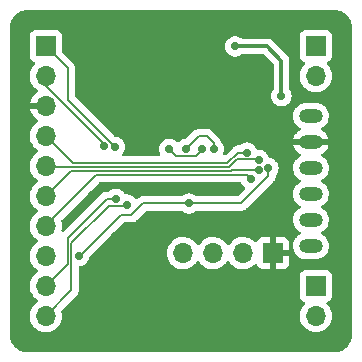
<source format=gbr>
%TF.GenerationSoftware,KiCad,Pcbnew,(6.0.10)*%
%TF.CreationDate,2023-02-13T21:08:55-05:00*%
%TF.ProjectId,module_board,6d6f6475-6c65-45f6-926f-6172642e6b69,rev?*%
%TF.SameCoordinates,Original*%
%TF.FileFunction,Copper,L2,Bot*%
%TF.FilePolarity,Positive*%
%FSLAX46Y46*%
G04 Gerber Fmt 4.6, Leading zero omitted, Abs format (unit mm)*
G04 Created by KiCad (PCBNEW (6.0.10)) date 2023-02-13 21:08:55*
%MOMM*%
%LPD*%
G01*
G04 APERTURE LIST*
%TA.AperFunction,ComponentPad*%
%ADD10R,1.700000X1.700000*%
%TD*%
%TA.AperFunction,ComponentPad*%
%ADD11O,1.700000X1.700000*%
%TD*%
%TA.AperFunction,ComponentPad*%
%ADD12O,2.000000X1.200000*%
%TD*%
%TA.AperFunction,ViaPad*%
%ADD13C,0.700000*%
%TD*%
%TA.AperFunction,Conductor*%
%ADD14C,0.200000*%
%TD*%
%TA.AperFunction,Conductor*%
%ADD15C,0.300000*%
%TD*%
G04 APERTURE END LIST*
D10*
%TO.P,J1,1,Pin_1*%
%TO.N,GND*%
X167800000Y-96100000D03*
D11*
%TO.P,J1,2,Pin_2*%
%TO.N,/RESET_N*%
X165260000Y-96100000D03*
%TO.P,J1,3,Pin_3*%
%TO.N,/SWDIO*%
X162720000Y-96100000D03*
%TO.P,J1,4,Pin_4*%
%TO.N,/SWCLK*%
X160180000Y-96100000D03*
%TD*%
D10*
%TO.P,J10,1,Pin_1*%
%TO.N,unconnected-(J10-Pad1)*%
X171420000Y-78570000D03*
D11*
%TO.P,J10,2,Pin_2*%
%TO.N,unconnected-(J10-Pad2)*%
X171420000Y-81110000D03*
%TD*%
D10*
%TO.P,J2,1,Pin_1*%
%TO.N,/SPI1_RX*%
X148560000Y-78570000D03*
D11*
%TO.P,J2,2,Pin_2*%
%TO.N,/SPI1_TX*%
X148560000Y-81110000D03*
%TO.P,J2,3,Pin_3*%
%TO.N,GND*%
X148560000Y-83650000D03*
%TO.P,J2,4,Pin_4*%
%TO.N,/GPIO28_ADC2*%
X148560000Y-86190000D03*
%TO.P,J2,5,Pin_5*%
%TO.N,/GPIO27_ADC1*%
X148560000Y-88730000D03*
%TO.P,J2,6,Pin_6*%
%TO.N,/GPIO26_ADC0*%
X148560000Y-91270000D03*
%TO.P,J2,7,Pin_7*%
%TO.N,/GPIO25*%
X148560000Y-93810000D03*
%TO.P,J2,8,Pin_8*%
%TO.N,+3V3*%
X148560000Y-96350000D03*
%TO.P,J2,9,Pin_9*%
%TO.N,/SPI1_CS_IO9*%
X148560000Y-98890000D03*
%TO.P,J2,10,Pin_10*%
%TO.N,/SPI1_SCK*%
X148560000Y-101430000D03*
%TD*%
D10*
%TO.P,J9,1,Pin_1*%
%TO.N,unconnected-(J9-Pad1)*%
X171420000Y-98880000D03*
D11*
%TO.P,J9,2,Pin_2*%
%TO.N,unconnected-(J9-Pad2)*%
X171420000Y-101420000D03*
%TD*%
D12*
%TO.P,J5,1,Pin_1*%
%TO.N,+3V3*%
X171000000Y-84500000D03*
%TO.P,J5,2,Pin_2*%
%TO.N,GND*%
X171000000Y-86700000D03*
%TO.P,J5,3,Pin_3*%
%TO.N,/TX*%
X171000000Y-88900000D03*
%TO.P,J5,4,Pin_4*%
%TO.N,/SCLK*%
X171000000Y-91100000D03*
%TO.P,J5,5,Pin_5*%
%TO.N,/CS*%
X171000000Y-93300000D03*
%TO.P,J5,6,Pin_6*%
%TO.N,/RX*%
X171000000Y-95500000D03*
%TD*%
D13*
%TO.N,+3V3*%
X161800000Y-87300000D03*
X164600000Y-78600000D03*
X159000000Y-87300000D03*
X168500000Y-82800000D03*
X167401825Y-88899544D03*
X151350000Y-96350000D03*
X160699500Y-91900000D03*
%TO.N,GND*%
X169000000Y-87100000D03*
X173800000Y-86100000D03*
X158500000Y-97500000D03*
X168800000Y-89500000D03*
X172900000Y-86100000D03*
X158750000Y-90850000D03*
X166000000Y-81700000D03*
X166500000Y-77600000D03*
X167000000Y-81700000D03*
X152500000Y-91200000D03*
X155700000Y-90436000D03*
X173800000Y-87100000D03*
X169000000Y-86100000D03*
X154387352Y-94687352D03*
X162200000Y-83900000D03*
X172900000Y-87100000D03*
X155100000Y-82400000D03*
X155900000Y-95000000D03*
%TO.N,+1V1*%
X160400000Y-87300000D03*
X162800000Y-87300000D03*
%TO.N,/SPI1_CS_IO9*%
X154483165Y-91496416D03*
%TO.N,/SPI1_SCK*%
X155456086Y-91989000D03*
%TO.N,/SPI1_RX*%
X154380000Y-87090000D03*
%TO.N,/SPI1_TX*%
X153490000Y-87050000D03*
%TO.N,/GPIO25*%
X165900000Y-89800000D03*
%TO.N,/GPIO26_ADC0*%
X166600000Y-89100000D03*
%TO.N,/GPIO27_ADC1*%
X166600000Y-88200000D03*
%TO.N,/GPIO28_ADC2*%
X165600000Y-87589000D03*
%TD*%
D14*
%TO.N,+3V3*%
X151350000Y-96350000D02*
X151450000Y-96350000D01*
X159600000Y-87900000D02*
X161300000Y-87900000D01*
X161300000Y-87900000D02*
X161800000Y-87400000D01*
D15*
X168500000Y-79800000D02*
X167300000Y-78600000D01*
D14*
X161800000Y-87400000D02*
X161800000Y-87300000D01*
X154900000Y-92900000D02*
X155800000Y-92900000D01*
X165089496Y-91900000D02*
X167401825Y-89587671D01*
X151450000Y-96350000D02*
X154900000Y-92900000D01*
X155800000Y-92900000D02*
X156800000Y-91900000D01*
X159000000Y-87300000D02*
X159600000Y-87900000D01*
D15*
X167300000Y-78600000D02*
X164600000Y-78600000D01*
D14*
X167401825Y-89587671D02*
X167401825Y-88899544D01*
X156800000Y-91900000D02*
X160699500Y-91900000D01*
D15*
X168500000Y-82800000D02*
X168500000Y-79800000D01*
D14*
X160699500Y-91900000D02*
X165089496Y-91900000D01*
%TO.N,+1V1*%
X162800000Y-86800000D02*
X162200000Y-86200000D01*
X162800000Y-87300000D02*
X162800000Y-86800000D01*
X162200000Y-86200000D02*
X161500000Y-86200000D01*
X161500000Y-86200000D02*
X160400000Y-87300000D01*
%TO.N,/SPI1_CS_IO9*%
X150400000Y-94800000D02*
X150400000Y-97040000D01*
X153703584Y-91496416D02*
X150400000Y-94800000D01*
X154483165Y-91496416D02*
X153703584Y-91496416D01*
X150400000Y-97040000D02*
X148560000Y-98880000D01*
%TO.N,/SPI1_SCK*%
X155371670Y-92073416D02*
X153926584Y-92073416D01*
X153926584Y-92073416D02*
X150727000Y-95273000D01*
X150727000Y-95273000D02*
X150727000Y-99253000D01*
X155456086Y-91989000D02*
X155371670Y-92073416D01*
X150727000Y-99253000D02*
X148560000Y-101420000D01*
%TO.N,/SPI1_RX*%
X150400000Y-83110000D02*
X150400000Y-80410000D01*
X150400000Y-80410000D02*
X148560000Y-78570000D01*
X154380000Y-87090000D02*
X150400000Y-83110000D01*
%TO.N,/SPI1_TX*%
X148560000Y-81960000D02*
X148560000Y-81110000D01*
X153490000Y-86890000D02*
X148560000Y-81960000D01*
X153490000Y-87050000D02*
X153490000Y-86890000D01*
%TO.N,/GPIO25*%
X152802998Y-89481000D02*
X148560000Y-93723998D01*
X148560000Y-93723998D02*
X148560000Y-93820000D01*
X165581000Y-89481000D02*
X152802998Y-89481000D01*
X165900000Y-89800000D02*
X165581000Y-89481000D01*
%TO.N,/GPIO26_ADC0*%
X166600000Y-89100000D02*
X164254896Y-89100000D01*
X150686000Y-89154000D02*
X148560000Y-91280000D01*
X164254896Y-89100000D02*
X164200896Y-89154000D01*
X164200896Y-89154000D02*
X150686000Y-89154000D01*
%TO.N,/GPIO27_ADC1*%
X148647000Y-88827000D02*
X148560000Y-88740000D01*
X166600000Y-88200000D02*
X166566000Y-88166000D01*
X166566000Y-88166000D02*
X164726448Y-88166000D01*
X164726448Y-88166000D02*
X164065448Y-88827000D01*
X164065448Y-88827000D02*
X148647000Y-88827000D01*
%TO.N,/GPIO28_ADC2*%
X150860000Y-88500000D02*
X148560000Y-86200000D01*
X165600000Y-87589000D02*
X164841000Y-87589000D01*
X164841000Y-87589000D02*
X163930000Y-88500000D01*
X163930000Y-88500000D02*
X150860000Y-88500000D01*
%TD*%
%TA.AperFunction,Conductor*%
%TO.N,GND*%
G36*
X172970018Y-75510000D02*
G01*
X172984851Y-75512310D01*
X172984855Y-75512310D01*
X172993724Y-75513691D01*
X173008981Y-75511696D01*
X173034302Y-75510953D01*
X173203285Y-75523039D01*
X173221064Y-75525596D01*
X173411392Y-75566999D01*
X173428641Y-75572063D01*
X173611150Y-75640136D01*
X173627502Y-75647604D01*
X173798458Y-75740952D01*
X173813582Y-75750672D01*
X173969514Y-75867402D01*
X173983100Y-75879175D01*
X174120825Y-76016900D01*
X174132598Y-76030486D01*
X174249328Y-76186418D01*
X174259048Y-76201542D01*
X174352396Y-76372498D01*
X174359864Y-76388850D01*
X174427937Y-76571359D01*
X174433001Y-76588607D01*
X174474404Y-76778936D01*
X174476962Y-76796721D01*
X174488540Y-76958601D01*
X174487793Y-76976565D01*
X174487692Y-76984845D01*
X174486309Y-76993724D01*
X174487474Y-77002630D01*
X174490436Y-77025283D01*
X174491500Y-77041621D01*
X174491500Y-102950633D01*
X174490000Y-102970018D01*
X174487690Y-102984851D01*
X174487690Y-102984855D01*
X174486309Y-102993724D01*
X174488136Y-103007693D01*
X174488304Y-103008976D01*
X174489047Y-103034305D01*
X174476962Y-103203279D01*
X174474404Y-103221064D01*
X174456598Y-103302919D01*
X174433001Y-103411392D01*
X174427937Y-103428641D01*
X174359864Y-103611150D01*
X174352396Y-103627502D01*
X174259048Y-103798458D01*
X174249328Y-103813582D01*
X174132598Y-103969514D01*
X174120825Y-103983100D01*
X173983100Y-104120825D01*
X173969514Y-104132598D01*
X173813582Y-104249328D01*
X173798458Y-104259048D01*
X173627502Y-104352396D01*
X173611150Y-104359864D01*
X173428641Y-104427937D01*
X173411393Y-104433001D01*
X173221064Y-104474404D01*
X173203285Y-104476961D01*
X173041395Y-104488540D01*
X173023435Y-104487793D01*
X173015155Y-104487692D01*
X173006276Y-104486309D01*
X172974714Y-104490436D01*
X172958379Y-104491500D01*
X147049367Y-104491500D01*
X147029982Y-104490000D01*
X147015149Y-104487690D01*
X147015145Y-104487690D01*
X147006276Y-104486309D01*
X146991019Y-104488304D01*
X146965698Y-104489047D01*
X146796715Y-104476961D01*
X146778936Y-104474404D01*
X146588607Y-104433001D01*
X146571359Y-104427937D01*
X146388850Y-104359864D01*
X146372498Y-104352396D01*
X146201542Y-104259048D01*
X146186418Y-104249328D01*
X146030486Y-104132598D01*
X146016900Y-104120825D01*
X145879175Y-103983100D01*
X145867402Y-103969514D01*
X145750672Y-103813582D01*
X145740952Y-103798458D01*
X145647604Y-103627502D01*
X145640136Y-103611150D01*
X145572063Y-103428641D01*
X145566999Y-103411392D01*
X145543402Y-103302919D01*
X145525596Y-103221064D01*
X145523038Y-103203278D01*
X145511719Y-103045012D01*
X145512805Y-103022245D01*
X145512334Y-103022203D01*
X145512770Y-103017345D01*
X145513576Y-103012552D01*
X145513729Y-103000000D01*
X145509773Y-102972376D01*
X145508500Y-102954514D01*
X145508500Y-101396695D01*
X147197251Y-101396695D01*
X147197548Y-101401848D01*
X147197548Y-101401851D01*
X147203011Y-101496590D01*
X147210110Y-101619715D01*
X147211247Y-101624761D01*
X147211248Y-101624767D01*
X147230022Y-101708069D01*
X147259222Y-101837639D01*
X147297461Y-101931811D01*
X147337262Y-102029829D01*
X147343266Y-102044616D01*
X147459987Y-102235088D01*
X147606250Y-102403938D01*
X147778126Y-102546632D01*
X147971000Y-102659338D01*
X148179692Y-102739030D01*
X148184760Y-102740061D01*
X148184763Y-102740062D01*
X148250165Y-102753368D01*
X148398597Y-102783567D01*
X148403772Y-102783757D01*
X148403774Y-102783757D01*
X148616673Y-102791564D01*
X148616677Y-102791564D01*
X148621837Y-102791753D01*
X148626957Y-102791097D01*
X148626959Y-102791097D01*
X148838288Y-102764025D01*
X148838289Y-102764025D01*
X148843416Y-102763368D01*
X148874558Y-102754025D01*
X149052429Y-102700661D01*
X149052434Y-102700659D01*
X149057384Y-102699174D01*
X149257994Y-102600896D01*
X149439860Y-102471173D01*
X149598096Y-102313489D01*
X149602661Y-102307137D01*
X149725435Y-102136277D01*
X149728453Y-102132077D01*
X149733396Y-102122077D01*
X149825136Y-101936453D01*
X149825137Y-101936451D01*
X149827430Y-101931811D01*
X149892370Y-101718069D01*
X149921529Y-101496590D01*
X149923156Y-101430000D01*
X149919596Y-101386695D01*
X170057251Y-101386695D01*
X170057548Y-101391848D01*
X170057548Y-101391851D01*
X170063011Y-101486590D01*
X170070110Y-101609715D01*
X170071247Y-101614761D01*
X170071248Y-101614767D01*
X170073502Y-101624767D01*
X170119222Y-101827639D01*
X170203266Y-102034616D01*
X170319987Y-102225088D01*
X170466250Y-102393938D01*
X170638126Y-102536632D01*
X170831000Y-102649338D01*
X170835825Y-102651180D01*
X170835826Y-102651181D01*
X170908612Y-102678975D01*
X171039692Y-102729030D01*
X171044760Y-102730061D01*
X171044763Y-102730062D01*
X171152017Y-102751883D01*
X171258597Y-102773567D01*
X171263772Y-102773757D01*
X171263774Y-102773757D01*
X171476673Y-102781564D01*
X171476677Y-102781564D01*
X171481837Y-102781753D01*
X171486957Y-102781097D01*
X171486959Y-102781097D01*
X171698288Y-102754025D01*
X171698289Y-102754025D01*
X171703416Y-102753368D01*
X171751207Y-102739030D01*
X171912429Y-102690661D01*
X171912434Y-102690659D01*
X171917384Y-102689174D01*
X172117994Y-102590896D01*
X172299860Y-102461173D01*
X172458096Y-102303489D01*
X172517594Y-102220689D01*
X172585435Y-102126277D01*
X172588453Y-102122077D01*
X172626737Y-102044616D01*
X172685136Y-101926453D01*
X172685137Y-101926451D01*
X172687430Y-101921811D01*
X172752370Y-101708069D01*
X172781529Y-101486590D01*
X172781611Y-101483240D01*
X172783074Y-101423365D01*
X172783074Y-101423361D01*
X172783156Y-101420000D01*
X172764852Y-101197361D01*
X172710431Y-100980702D01*
X172621354Y-100775840D01*
X172500014Y-100588277D01*
X172485329Y-100572138D01*
X172352798Y-100426488D01*
X172321746Y-100362642D01*
X172330141Y-100292143D01*
X172375317Y-100237375D01*
X172401761Y-100223706D01*
X172508297Y-100183767D01*
X172516705Y-100180615D01*
X172633261Y-100093261D01*
X172720615Y-99976705D01*
X172771745Y-99840316D01*
X172778500Y-99778134D01*
X172778500Y-97981866D01*
X172771745Y-97919684D01*
X172720615Y-97783295D01*
X172633261Y-97666739D01*
X172516705Y-97579385D01*
X172380316Y-97528255D01*
X172318134Y-97521500D01*
X170521866Y-97521500D01*
X170459684Y-97528255D01*
X170323295Y-97579385D01*
X170206739Y-97666739D01*
X170119385Y-97783295D01*
X170068255Y-97919684D01*
X170061500Y-97981866D01*
X170061500Y-99778134D01*
X170068255Y-99840316D01*
X170119385Y-99976705D01*
X170206739Y-100093261D01*
X170323295Y-100180615D01*
X170331704Y-100183767D01*
X170331705Y-100183768D01*
X170440451Y-100224535D01*
X170497216Y-100267176D01*
X170521916Y-100333738D01*
X170506709Y-100403087D01*
X170487316Y-100429568D01*
X170360629Y-100562138D01*
X170357715Y-100566410D01*
X170357714Y-100566411D01*
X170345409Y-100584450D01*
X170234743Y-100746680D01*
X170140688Y-100949305D01*
X170080989Y-101164570D01*
X170057251Y-101386695D01*
X149919596Y-101386695D01*
X149904852Y-101207361D01*
X149903591Y-101202339D01*
X149867716Y-101059514D01*
X149870520Y-100988573D01*
X149900825Y-100939724D01*
X151123234Y-99717315D01*
X151135625Y-99706448D01*
X151154437Y-99692013D01*
X151160987Y-99686987D01*
X151185474Y-99655075D01*
X151185478Y-99655071D01*
X151258524Y-99559876D01*
X151319838Y-99411851D01*
X151328951Y-99342628D01*
X151335500Y-99292885D01*
X151335500Y-99292880D01*
X151340750Y-99253000D01*
X151336578Y-99221307D01*
X151335500Y-99204864D01*
X151335500Y-97332265D01*
X151355502Y-97264144D01*
X151409158Y-97217651D01*
X151440366Y-97209130D01*
X151440232Y-97208500D01*
X151616752Y-97170980D01*
X151652446Y-97155088D01*
X151775585Y-97100263D01*
X151775587Y-97100262D01*
X151781615Y-97097578D01*
X151822868Y-97067606D01*
X151922269Y-96995387D01*
X151922271Y-96995385D01*
X151927613Y-96991504D01*
X152048367Y-96857393D01*
X152130800Y-96714616D01*
X152135295Y-96706830D01*
X152135296Y-96706829D01*
X152138599Y-96701107D01*
X152182679Y-96565442D01*
X152192325Y-96535754D01*
X152192325Y-96535753D01*
X152194365Y-96529475D01*
X152197135Y-96503122D01*
X152224149Y-96437466D01*
X152233350Y-96427199D01*
X152593854Y-96066695D01*
X158817251Y-96066695D01*
X158817548Y-96071848D01*
X158817548Y-96071851D01*
X158823011Y-96166590D01*
X158830110Y-96289715D01*
X158831247Y-96294761D01*
X158831248Y-96294767D01*
X158852275Y-96388069D01*
X158879222Y-96507639D01*
X158920177Y-96608500D01*
X158957781Y-96701107D01*
X158963266Y-96714616D01*
X159014942Y-96798944D01*
X159077291Y-96900688D01*
X159079987Y-96905088D01*
X159226250Y-97073938D01*
X159398126Y-97216632D01*
X159591000Y-97329338D01*
X159799692Y-97409030D01*
X159804760Y-97410061D01*
X159804763Y-97410062D01*
X159912017Y-97431883D01*
X160018597Y-97453567D01*
X160023772Y-97453757D01*
X160023774Y-97453757D01*
X160236673Y-97461564D01*
X160236677Y-97461564D01*
X160241837Y-97461753D01*
X160246957Y-97461097D01*
X160246959Y-97461097D01*
X160458288Y-97434025D01*
X160458289Y-97434025D01*
X160463416Y-97433368D01*
X160468366Y-97431883D01*
X160672429Y-97370661D01*
X160672434Y-97370659D01*
X160677384Y-97369174D01*
X160877994Y-97270896D01*
X161059860Y-97141173D01*
X161218096Y-96983489D01*
X161277594Y-96900689D01*
X161348453Y-96802077D01*
X161349776Y-96803028D01*
X161396645Y-96759857D01*
X161466580Y-96747625D01*
X161532026Y-96775144D01*
X161559875Y-96806994D01*
X161619987Y-96905088D01*
X161766250Y-97073938D01*
X161938126Y-97216632D01*
X162131000Y-97329338D01*
X162339692Y-97409030D01*
X162344760Y-97410061D01*
X162344763Y-97410062D01*
X162452017Y-97431883D01*
X162558597Y-97453567D01*
X162563772Y-97453757D01*
X162563774Y-97453757D01*
X162776673Y-97461564D01*
X162776677Y-97461564D01*
X162781837Y-97461753D01*
X162786957Y-97461097D01*
X162786959Y-97461097D01*
X162998288Y-97434025D01*
X162998289Y-97434025D01*
X163003416Y-97433368D01*
X163008366Y-97431883D01*
X163212429Y-97370661D01*
X163212434Y-97370659D01*
X163217384Y-97369174D01*
X163417994Y-97270896D01*
X163599860Y-97141173D01*
X163758096Y-96983489D01*
X163817594Y-96900689D01*
X163888453Y-96802077D01*
X163889776Y-96803028D01*
X163936645Y-96759857D01*
X164006580Y-96747625D01*
X164072026Y-96775144D01*
X164099875Y-96806994D01*
X164159987Y-96905088D01*
X164306250Y-97073938D01*
X164478126Y-97216632D01*
X164671000Y-97329338D01*
X164879692Y-97409030D01*
X164884760Y-97410061D01*
X164884763Y-97410062D01*
X164992017Y-97431883D01*
X165098597Y-97453567D01*
X165103772Y-97453757D01*
X165103774Y-97453757D01*
X165316673Y-97461564D01*
X165316677Y-97461564D01*
X165321837Y-97461753D01*
X165326957Y-97461097D01*
X165326959Y-97461097D01*
X165538288Y-97434025D01*
X165538289Y-97434025D01*
X165543416Y-97433368D01*
X165548366Y-97431883D01*
X165752429Y-97370661D01*
X165752434Y-97370659D01*
X165757384Y-97369174D01*
X165957994Y-97270896D01*
X166139860Y-97141173D01*
X166207331Y-97073938D01*
X166248479Y-97032933D01*
X166310851Y-96999017D01*
X166381658Y-97004205D01*
X166438419Y-97046851D01*
X166455401Y-97077954D01*
X166496676Y-97188054D01*
X166505214Y-97203649D01*
X166581715Y-97305724D01*
X166594276Y-97318285D01*
X166696351Y-97394786D01*
X166711946Y-97403324D01*
X166832394Y-97448478D01*
X166847649Y-97452105D01*
X166898514Y-97457631D01*
X166905328Y-97458000D01*
X167527885Y-97458000D01*
X167543124Y-97453525D01*
X167544329Y-97452135D01*
X167546000Y-97444452D01*
X167546000Y-97439884D01*
X168054000Y-97439884D01*
X168058475Y-97455123D01*
X168059865Y-97456328D01*
X168067548Y-97457999D01*
X168694669Y-97457999D01*
X168701490Y-97457629D01*
X168752352Y-97452105D01*
X168767604Y-97448479D01*
X168888054Y-97403324D01*
X168903649Y-97394786D01*
X169005724Y-97318285D01*
X169018285Y-97305724D01*
X169094786Y-97203649D01*
X169103324Y-97188054D01*
X169148478Y-97067606D01*
X169152105Y-97052351D01*
X169157631Y-97001486D01*
X169158000Y-96994672D01*
X169158000Y-96372115D01*
X169153525Y-96356876D01*
X169152135Y-96355671D01*
X169144452Y-96354000D01*
X168072115Y-96354000D01*
X168056876Y-96358475D01*
X168055671Y-96359865D01*
X168054000Y-96367548D01*
X168054000Y-97439884D01*
X167546000Y-97439884D01*
X167546000Y-95827885D01*
X168054000Y-95827885D01*
X168058475Y-95843124D01*
X168059865Y-95844329D01*
X168067548Y-95846000D01*
X169139884Y-95846000D01*
X169155123Y-95841525D01*
X169156328Y-95840135D01*
X169157999Y-95832452D01*
X169157999Y-95445604D01*
X169487787Y-95445604D01*
X169497567Y-95656899D01*
X169498971Y-95662724D01*
X169498971Y-95662725D01*
X169544034Y-95849707D01*
X169547125Y-95862534D01*
X169549607Y-95867992D01*
X169549608Y-95867996D01*
X169593053Y-95963546D01*
X169634674Y-96055087D01*
X169757054Y-96227611D01*
X169909850Y-96373881D01*
X170087548Y-96488620D01*
X170146616Y-96512425D01*
X170278168Y-96565442D01*
X170278171Y-96565443D01*
X170283737Y-96567686D01*
X170491337Y-96608228D01*
X170496899Y-96608500D01*
X171452846Y-96608500D01*
X171610566Y-96593452D01*
X171813534Y-96533908D01*
X171855246Y-96512425D01*
X171996249Y-96439804D01*
X171996252Y-96439802D01*
X172001580Y-96437058D01*
X172167920Y-96306396D01*
X172171852Y-96301865D01*
X172171855Y-96301862D01*
X172302621Y-96151167D01*
X172306552Y-96146637D01*
X172309552Y-96141451D01*
X172309555Y-96141447D01*
X172409467Y-95968742D01*
X172412473Y-95963546D01*
X172481861Y-95763729D01*
X172501352Y-95629305D01*
X172511352Y-95560336D01*
X172511352Y-95560333D01*
X172512213Y-95554396D01*
X172502433Y-95343101D01*
X172462906Y-95179087D01*
X172454281Y-95143299D01*
X172454280Y-95143297D01*
X172452875Y-95137466D01*
X172445990Y-95122322D01*
X172392881Y-95005516D01*
X172365326Y-94944913D01*
X172249813Y-94782069D01*
X172246412Y-94777275D01*
X172246411Y-94777274D01*
X172242946Y-94772389D01*
X172090150Y-94626119D01*
X172054805Y-94603297D01*
X171917489Y-94514632D01*
X171917486Y-94514630D01*
X171912452Y-94511380D01*
X171907211Y-94509268D01*
X171856021Y-94460242D01*
X171839435Y-94391210D01*
X171862804Y-94324170D01*
X171907585Y-94285468D01*
X171961365Y-94257770D01*
X171996249Y-94239804D01*
X171996252Y-94239802D01*
X172001580Y-94237058D01*
X172167920Y-94106396D01*
X172171852Y-94101865D01*
X172171855Y-94101862D01*
X172302621Y-93951167D01*
X172306552Y-93946637D01*
X172309552Y-93941451D01*
X172309555Y-93941447D01*
X172409467Y-93768742D01*
X172412473Y-93763546D01*
X172481861Y-93563729D01*
X172483189Y-93554570D01*
X172511352Y-93360336D01*
X172511352Y-93360333D01*
X172512213Y-93354396D01*
X172502433Y-93143101D01*
X172456411Y-92952138D01*
X172454281Y-92943299D01*
X172454280Y-92943297D01*
X172452875Y-92937466D01*
X172409525Y-92842122D01*
X172384703Y-92787530D01*
X172365326Y-92744913D01*
X172242946Y-92572389D01*
X172090150Y-92426119D01*
X172028996Y-92386632D01*
X171917489Y-92314632D01*
X171917486Y-92314630D01*
X171912452Y-92311380D01*
X171907211Y-92309268D01*
X171856021Y-92260242D01*
X171839435Y-92191210D01*
X171862804Y-92124170D01*
X171907585Y-92085468D01*
X171961365Y-92057770D01*
X171996249Y-92039804D01*
X171996252Y-92039802D01*
X172001580Y-92037058D01*
X172167920Y-91906396D01*
X172171852Y-91901865D01*
X172171855Y-91901862D01*
X172302621Y-91751167D01*
X172306552Y-91746637D01*
X172309552Y-91741451D01*
X172309555Y-91741447D01*
X172409467Y-91568742D01*
X172412473Y-91563546D01*
X172481861Y-91363729D01*
X172487557Y-91324445D01*
X172511352Y-91160336D01*
X172511352Y-91160333D01*
X172512213Y-91154396D01*
X172502433Y-90943101D01*
X172452875Y-90737466D01*
X172425893Y-90678121D01*
X172386918Y-90592401D01*
X172365326Y-90544913D01*
X172242946Y-90372389D01*
X172090150Y-90226119D01*
X172054805Y-90203297D01*
X171917489Y-90114632D01*
X171917486Y-90114630D01*
X171912452Y-90111380D01*
X171907211Y-90109268D01*
X171856021Y-90060242D01*
X171839435Y-89991210D01*
X171862804Y-89924170D01*
X171907585Y-89885468D01*
X171961365Y-89857770D01*
X171996249Y-89839804D01*
X171996252Y-89839802D01*
X172001580Y-89837058D01*
X172167920Y-89706396D01*
X172171852Y-89701865D01*
X172171855Y-89701862D01*
X172302621Y-89551167D01*
X172306552Y-89546637D01*
X172309552Y-89541451D01*
X172309555Y-89541447D01*
X172409467Y-89368742D01*
X172412473Y-89363546D01*
X172481861Y-89163729D01*
X172493233Y-89085298D01*
X172511352Y-88960336D01*
X172511352Y-88960333D01*
X172512213Y-88954396D01*
X172502433Y-88743101D01*
X172452875Y-88537466D01*
X172426614Y-88479707D01*
X172367806Y-88350368D01*
X172365326Y-88344913D01*
X172242946Y-88172389D01*
X172090150Y-88026119D01*
X172054805Y-88003297D01*
X171917489Y-87914632D01*
X171917486Y-87914630D01*
X171912452Y-87911380D01*
X171906889Y-87909138D01*
X171906752Y-87909067D01*
X171855477Y-87859960D01*
X171838891Y-87790928D01*
X171862260Y-87723888D01*
X171907043Y-87685185D01*
X171995978Y-87639381D01*
X172006024Y-87632931D01*
X172162857Y-87509738D01*
X172171506Y-87501501D01*
X172302212Y-87350877D01*
X172309147Y-87341153D01*
X172409010Y-87168533D01*
X172413984Y-87157669D01*
X172479407Y-86969273D01*
X172479648Y-86968284D01*
X172478180Y-86957992D01*
X172464615Y-86954000D01*
X169539598Y-86954000D01*
X169526067Y-86957973D01*
X169524712Y-86967399D01*
X169546194Y-87056537D01*
X169550083Y-87067832D01*
X169632629Y-87249382D01*
X169638576Y-87259724D01*
X169753968Y-87422397D01*
X169761761Y-87431425D01*
X169905831Y-87569342D01*
X169915196Y-87576738D01*
X170082747Y-87684925D01*
X170093252Y-87690370D01*
X170144526Y-87739477D01*
X170161112Y-87808509D01*
X170137742Y-87875549D01*
X170092961Y-87914250D01*
X170092220Y-87914632D01*
X170003751Y-87960196D01*
X170003748Y-87960198D01*
X169998420Y-87962942D01*
X169832080Y-88093604D01*
X169828148Y-88098135D01*
X169828145Y-88098138D01*
X169759474Y-88177275D01*
X169693448Y-88253363D01*
X169690448Y-88258549D01*
X169690445Y-88258553D01*
X169643312Y-88340026D01*
X169587527Y-88436454D01*
X169518139Y-88636271D01*
X169487787Y-88845604D01*
X169497567Y-89056899D01*
X169498971Y-89062724D01*
X169498971Y-89062725D01*
X169542747Y-89244366D01*
X169547125Y-89262534D01*
X169549607Y-89267992D01*
X169549608Y-89267996D01*
X169593053Y-89363546D01*
X169634674Y-89455087D01*
X169757054Y-89627611D01*
X169909850Y-89773881D01*
X169945195Y-89796703D01*
X170082511Y-89885368D01*
X170082514Y-89885370D01*
X170087548Y-89888620D01*
X170092789Y-89890732D01*
X170143979Y-89939758D01*
X170160565Y-90008790D01*
X170137196Y-90075830D01*
X170092415Y-90114532D01*
X170038635Y-90142230D01*
X170003751Y-90160196D01*
X170003748Y-90160198D01*
X169998420Y-90162942D01*
X169832080Y-90293604D01*
X169828148Y-90298135D01*
X169828145Y-90298138D01*
X169759474Y-90377275D01*
X169693448Y-90453363D01*
X169690448Y-90458549D01*
X169690445Y-90458553D01*
X169661603Y-90508409D01*
X169587527Y-90636454D01*
X169518139Y-90836271D01*
X169517278Y-90842206D01*
X169517278Y-90842208D01*
X169492287Y-91014570D01*
X169487787Y-91045604D01*
X169497567Y-91256899D01*
X169498971Y-91262724D01*
X169498971Y-91262725D01*
X169516773Y-91336590D01*
X169547125Y-91462534D01*
X169549607Y-91467992D01*
X169549608Y-91467996D01*
X169593053Y-91563546D01*
X169634674Y-91655087D01*
X169757054Y-91827611D01*
X169909850Y-91973881D01*
X169914886Y-91977132D01*
X169914885Y-91977132D01*
X170082511Y-92085368D01*
X170082514Y-92085370D01*
X170087548Y-92088620D01*
X170092789Y-92090732D01*
X170143979Y-92139758D01*
X170160565Y-92208790D01*
X170137196Y-92275830D01*
X170092415Y-92314532D01*
X170054640Y-92333987D01*
X170003751Y-92360196D01*
X170003748Y-92360198D01*
X169998420Y-92362942D01*
X169832080Y-92493604D01*
X169828148Y-92498135D01*
X169828145Y-92498138D01*
X169759474Y-92577275D01*
X169693448Y-92653363D01*
X169690448Y-92658549D01*
X169690445Y-92658553D01*
X169596661Y-92820665D01*
X169587527Y-92836454D01*
X169518139Y-93036271D01*
X169517278Y-93042206D01*
X169517278Y-93042208D01*
X169502900Y-93141375D01*
X169487787Y-93245604D01*
X169497567Y-93456899D01*
X169498971Y-93462724D01*
X169498971Y-93462725D01*
X169510003Y-93508499D01*
X169547125Y-93662534D01*
X169549607Y-93667992D01*
X169549608Y-93667996D01*
X169593053Y-93763546D01*
X169634674Y-93855087D01*
X169757054Y-94027611D01*
X169909850Y-94173881D01*
X169914886Y-94177132D01*
X169914885Y-94177132D01*
X170082511Y-94285368D01*
X170082514Y-94285370D01*
X170087548Y-94288620D01*
X170092789Y-94290732D01*
X170143979Y-94339758D01*
X170160565Y-94408790D01*
X170137196Y-94475830D01*
X170092415Y-94514532D01*
X170038635Y-94542230D01*
X170003751Y-94560196D01*
X170003748Y-94560198D01*
X169998420Y-94562942D01*
X169832080Y-94693604D01*
X169828148Y-94698135D01*
X169828145Y-94698138D01*
X169740111Y-94799589D01*
X169693448Y-94853363D01*
X169690448Y-94858549D01*
X169690445Y-94858553D01*
X169649551Y-94929242D01*
X169587527Y-95036454D01*
X169518139Y-95236271D01*
X169517278Y-95242206D01*
X169517278Y-95242208D01*
X169494455Y-95399618D01*
X169487787Y-95445604D01*
X169157999Y-95445604D01*
X169157999Y-95205331D01*
X169157629Y-95198510D01*
X169152105Y-95147648D01*
X169148479Y-95132396D01*
X169103324Y-95011946D01*
X169094786Y-94996351D01*
X169018285Y-94894276D01*
X169005724Y-94881715D01*
X168903649Y-94805214D01*
X168888054Y-94796676D01*
X168767606Y-94751522D01*
X168752351Y-94747895D01*
X168701486Y-94742369D01*
X168694672Y-94742000D01*
X168072115Y-94742000D01*
X168056876Y-94746475D01*
X168055671Y-94747865D01*
X168054000Y-94755548D01*
X168054000Y-95827885D01*
X167546000Y-95827885D01*
X167546000Y-94760116D01*
X167541525Y-94744877D01*
X167540135Y-94743672D01*
X167532452Y-94742001D01*
X166905331Y-94742001D01*
X166898510Y-94742371D01*
X166847648Y-94747895D01*
X166832396Y-94751521D01*
X166711946Y-94796676D01*
X166696351Y-94805214D01*
X166594276Y-94881715D01*
X166581715Y-94894276D01*
X166505214Y-94996351D01*
X166496676Y-95011946D01*
X166455297Y-95122322D01*
X166412655Y-95179087D01*
X166346093Y-95203786D01*
X166276744Y-95188578D01*
X166244121Y-95162891D01*
X166193151Y-95106876D01*
X166193145Y-95106870D01*
X166189670Y-95103051D01*
X166185619Y-95099852D01*
X166185615Y-95099848D01*
X166018414Y-94967800D01*
X166018410Y-94967798D01*
X166014359Y-94964598D01*
X165818789Y-94856638D01*
X165813920Y-94854914D01*
X165813916Y-94854912D01*
X165613087Y-94783795D01*
X165613083Y-94783794D01*
X165608212Y-94782069D01*
X165603119Y-94781162D01*
X165603116Y-94781161D01*
X165393373Y-94743800D01*
X165393367Y-94743799D01*
X165388284Y-94742894D01*
X165314452Y-94741992D01*
X165170081Y-94740228D01*
X165170079Y-94740228D01*
X165164911Y-94740165D01*
X164944091Y-94773955D01*
X164731756Y-94843357D01*
X164533607Y-94946507D01*
X164529474Y-94949610D01*
X164529471Y-94949612D01*
X164359100Y-95077530D01*
X164354965Y-95080635D01*
X164315128Y-95122322D01*
X164206236Y-95236271D01*
X164200629Y-95242138D01*
X164093201Y-95399621D01*
X164038293Y-95444621D01*
X163967768Y-95452792D01*
X163904021Y-95421538D01*
X163883324Y-95397054D01*
X163802822Y-95272617D01*
X163802820Y-95272614D01*
X163800014Y-95268277D01*
X163649670Y-95103051D01*
X163645619Y-95099852D01*
X163645615Y-95099848D01*
X163478414Y-94967800D01*
X163478410Y-94967798D01*
X163474359Y-94964598D01*
X163278789Y-94856638D01*
X163273920Y-94854914D01*
X163273916Y-94854912D01*
X163073087Y-94783795D01*
X163073083Y-94783794D01*
X163068212Y-94782069D01*
X163063119Y-94781162D01*
X163063116Y-94781161D01*
X162853373Y-94743800D01*
X162853367Y-94743799D01*
X162848284Y-94742894D01*
X162774452Y-94741992D01*
X162630081Y-94740228D01*
X162630079Y-94740228D01*
X162624911Y-94740165D01*
X162404091Y-94773955D01*
X162191756Y-94843357D01*
X161993607Y-94946507D01*
X161989474Y-94949610D01*
X161989471Y-94949612D01*
X161819100Y-95077530D01*
X161814965Y-95080635D01*
X161775128Y-95122322D01*
X161666236Y-95236271D01*
X161660629Y-95242138D01*
X161553201Y-95399621D01*
X161498293Y-95444621D01*
X161427768Y-95452792D01*
X161364021Y-95421538D01*
X161343324Y-95397054D01*
X161262822Y-95272617D01*
X161262820Y-95272614D01*
X161260014Y-95268277D01*
X161109670Y-95103051D01*
X161105619Y-95099852D01*
X161105615Y-95099848D01*
X160938414Y-94967800D01*
X160938410Y-94967798D01*
X160934359Y-94964598D01*
X160738789Y-94856638D01*
X160733920Y-94854914D01*
X160733916Y-94854912D01*
X160533087Y-94783795D01*
X160533083Y-94783794D01*
X160528212Y-94782069D01*
X160523119Y-94781162D01*
X160523116Y-94781161D01*
X160313373Y-94743800D01*
X160313367Y-94743799D01*
X160308284Y-94742894D01*
X160234452Y-94741992D01*
X160090081Y-94740228D01*
X160090079Y-94740228D01*
X160084911Y-94740165D01*
X159864091Y-94773955D01*
X159651756Y-94843357D01*
X159453607Y-94946507D01*
X159449474Y-94949610D01*
X159449471Y-94949612D01*
X159279100Y-95077530D01*
X159274965Y-95080635D01*
X159235128Y-95122322D01*
X159126236Y-95236271D01*
X159120629Y-95242138D01*
X159117720Y-95246403D01*
X159117714Y-95246411D01*
X159060260Y-95330635D01*
X158994743Y-95426680D01*
X158900688Y-95629305D01*
X158840989Y-95844570D01*
X158817251Y-96066695D01*
X152593854Y-96066695D01*
X155115144Y-93545405D01*
X155177456Y-93511379D01*
X155204239Y-93508500D01*
X155751864Y-93508500D01*
X155768307Y-93509578D01*
X155800000Y-93513750D01*
X155808189Y-93512672D01*
X155839874Y-93508501D01*
X155839884Y-93508500D01*
X155839885Y-93508500D01*
X155939457Y-93495391D01*
X155950664Y-93493916D01*
X155950666Y-93493915D01*
X155958851Y-93492838D01*
X156106876Y-93431524D01*
X156202072Y-93358477D01*
X156202075Y-93358474D01*
X156233987Y-93333987D01*
X156239017Y-93327432D01*
X156253452Y-93308621D01*
X156264319Y-93296230D01*
X157015144Y-92545405D01*
X157077456Y-92511379D01*
X157104239Y-92508500D01*
X160037897Y-92508500D01*
X160106018Y-92528502D01*
X160119336Y-92538671D01*
X160121887Y-92541504D01*
X160127229Y-92545385D01*
X160127231Y-92545387D01*
X160262543Y-92643697D01*
X160267885Y-92647578D01*
X160273913Y-92650262D01*
X160273915Y-92650263D01*
X160345009Y-92681916D01*
X160432748Y-92720980D01*
X160521008Y-92739740D01*
X160602811Y-92757128D01*
X160602815Y-92757128D01*
X160609268Y-92758500D01*
X160789732Y-92758500D01*
X160796185Y-92757128D01*
X160796189Y-92757128D01*
X160877992Y-92739740D01*
X160966252Y-92720980D01*
X161053991Y-92681916D01*
X161125085Y-92650263D01*
X161125087Y-92650262D01*
X161131115Y-92647578D01*
X161136457Y-92643697D01*
X161271769Y-92545387D01*
X161271771Y-92545385D01*
X161277113Y-92541504D01*
X161278373Y-92540105D01*
X161340801Y-92510146D01*
X161361103Y-92508500D01*
X165041360Y-92508500D01*
X165057803Y-92509578D01*
X165089496Y-92513750D01*
X165097685Y-92512672D01*
X165129370Y-92508501D01*
X165129380Y-92508500D01*
X165129381Y-92508500D01*
X165129389Y-92508499D01*
X165240160Y-92493916D01*
X165240162Y-92493916D01*
X165242528Y-92493604D01*
X165248347Y-92492838D01*
X165255973Y-92489679D01*
X165255974Y-92489679D01*
X165297959Y-92472288D01*
X165396372Y-92431524D01*
X165491568Y-92358477D01*
X165491571Y-92358474D01*
X165523483Y-92333987D01*
X165538411Y-92314533D01*
X165542948Y-92308621D01*
X165553815Y-92296230D01*
X167798059Y-90051986D01*
X167810450Y-90041119D01*
X167829262Y-90026684D01*
X167835812Y-90021658D01*
X167860299Y-89989746D01*
X167860305Y-89989740D01*
X167928321Y-89901100D01*
X167928322Y-89901098D01*
X167933349Y-89894547D01*
X167994663Y-89746522D01*
X167998582Y-89716754D01*
X168010325Y-89627556D01*
X168010325Y-89627551D01*
X168015575Y-89587671D01*
X168013192Y-89569569D01*
X168024132Y-89499420D01*
X168044478Y-89468813D01*
X168095773Y-89411845D01*
X168095774Y-89411844D01*
X168100192Y-89406937D01*
X168128516Y-89357878D01*
X168187120Y-89256374D01*
X168187121Y-89256373D01*
X168190424Y-89250651D01*
X168246190Y-89079019D01*
X168265054Y-88899544D01*
X168246190Y-88720069D01*
X168238596Y-88696695D01*
X168192466Y-88554722D01*
X168190424Y-88548437D01*
X168180937Y-88532004D01*
X168103493Y-88397869D01*
X168100192Y-88392151D01*
X168062571Y-88350368D01*
X167983860Y-88262951D01*
X167983859Y-88262950D01*
X167979438Y-88258040D01*
X167833440Y-88151966D01*
X167827412Y-88149282D01*
X167827410Y-88149281D01*
X167674608Y-88081249D01*
X167674606Y-88081249D01*
X167668577Y-88078564D01*
X167662122Y-88077192D01*
X167662119Y-88077191D01*
X167545488Y-88052401D01*
X167519146Y-88046802D01*
X167456672Y-88013074D01*
X167425509Y-87962491D01*
X167390641Y-87855178D01*
X167388599Y-87848893D01*
X167298367Y-87692607D01*
X167207488Y-87591675D01*
X167182035Y-87563407D01*
X167182034Y-87563406D01*
X167177613Y-87558496D01*
X167099167Y-87501501D01*
X167036957Y-87456303D01*
X167036956Y-87456302D01*
X167031615Y-87452422D01*
X167025587Y-87449738D01*
X167025585Y-87449737D01*
X166872783Y-87381705D01*
X166872781Y-87381705D01*
X166866752Y-87379020D01*
X166772084Y-87358898D01*
X166696689Y-87342872D01*
X166696685Y-87342872D01*
X166690232Y-87341500D01*
X166513807Y-87341500D01*
X166445686Y-87321498D01*
X166399193Y-87267842D01*
X166393974Y-87254437D01*
X166388599Y-87237893D01*
X166298367Y-87081607D01*
X166281168Y-87062505D01*
X166182035Y-86952407D01*
X166182034Y-86952406D01*
X166177613Y-86947496D01*
X166143357Y-86922607D01*
X166036957Y-86845303D01*
X166036956Y-86845302D01*
X166031615Y-86841422D01*
X166025587Y-86838738D01*
X166025585Y-86838737D01*
X165872783Y-86770705D01*
X165872781Y-86770705D01*
X165866752Y-86768020D01*
X165778492Y-86749260D01*
X165696689Y-86731872D01*
X165696685Y-86731872D01*
X165690232Y-86730500D01*
X165509768Y-86730500D01*
X165503315Y-86731872D01*
X165503311Y-86731872D01*
X165421508Y-86749260D01*
X165333248Y-86768020D01*
X165327219Y-86770704D01*
X165327217Y-86770705D01*
X165174416Y-86838737D01*
X165174414Y-86838738D01*
X165168386Y-86841422D01*
X165163045Y-86845302D01*
X165163044Y-86845303D01*
X165027731Y-86943613D01*
X165027729Y-86943615D01*
X165022387Y-86947496D01*
X165021127Y-86948895D01*
X164958699Y-86978854D01*
X164938397Y-86980500D01*
X164889144Y-86980500D01*
X164872698Y-86979422D01*
X164849188Y-86976327D01*
X164841000Y-86975249D01*
X164682149Y-86996162D01*
X164534124Y-87057476D01*
X164502676Y-87081607D01*
X164438937Y-87130515D01*
X164438921Y-87130529D01*
X164413566Y-87149984D01*
X164413563Y-87149987D01*
X164407013Y-87155013D01*
X164401983Y-87161568D01*
X164387548Y-87180379D01*
X164376681Y-87192770D01*
X163800999Y-87768452D01*
X163738687Y-87802478D01*
X163667872Y-87797413D01*
X163611036Y-87754866D01*
X163586225Y-87688346D01*
X163592071Y-87640421D01*
X163642325Y-87485754D01*
X163642325Y-87485753D01*
X163644365Y-87479475D01*
X163647209Y-87452422D01*
X163662539Y-87306565D01*
X163663229Y-87300000D01*
X163647461Y-87149984D01*
X163645055Y-87127089D01*
X163645055Y-87127088D01*
X163644365Y-87120525D01*
X163588599Y-86948893D01*
X163498367Y-86792607D01*
X163478647Y-86770705D01*
X163424299Y-86710346D01*
X163399441Y-86656406D01*
X163396053Y-86657314D01*
X163393916Y-86649337D01*
X163392838Y-86641150D01*
X163389871Y-86633987D01*
X163372727Y-86592596D01*
X163334684Y-86500754D01*
X163331524Y-86493124D01*
X163297280Y-86448496D01*
X163278566Y-86424108D01*
X163258477Y-86397928D01*
X163258474Y-86397925D01*
X163233987Y-86366013D01*
X163227432Y-86360983D01*
X163208621Y-86346548D01*
X163196230Y-86335681D01*
X162664315Y-85803766D01*
X162653448Y-85791375D01*
X162639013Y-85772563D01*
X162633987Y-85766013D01*
X162602075Y-85741526D01*
X162602072Y-85741523D01*
X162560509Y-85709630D01*
X162513429Y-85673504D01*
X162513426Y-85673502D01*
X162506876Y-85668476D01*
X162358851Y-85607162D01*
X162350664Y-85606084D01*
X162350663Y-85606084D01*
X162339458Y-85604609D01*
X162308262Y-85600502D01*
X162239885Y-85591500D01*
X162239882Y-85591500D01*
X162239874Y-85591499D01*
X162208189Y-85587328D01*
X162200000Y-85586250D01*
X162168307Y-85590422D01*
X162151864Y-85591500D01*
X161548136Y-85591500D01*
X161531693Y-85590422D01*
X161500000Y-85586250D01*
X161491811Y-85587328D01*
X161460126Y-85591499D01*
X161460117Y-85591500D01*
X161460115Y-85591500D01*
X161460109Y-85591501D01*
X161460107Y-85591501D01*
X161360543Y-85604609D01*
X161349336Y-85606084D01*
X161349334Y-85606085D01*
X161341149Y-85607162D01*
X161267136Y-85637819D01*
X161200752Y-85665316D01*
X161200750Y-85665317D01*
X161193124Y-85668476D01*
X161186575Y-85673502D01*
X161186574Y-85673502D01*
X161126884Y-85719305D01*
X161066013Y-85766013D01*
X161046546Y-85791383D01*
X161035684Y-85803768D01*
X160434855Y-86404596D01*
X160372543Y-86438621D01*
X160345760Y-86441500D01*
X160309768Y-86441500D01*
X160303315Y-86442872D01*
X160303311Y-86442872D01*
X160221508Y-86460260D01*
X160133248Y-86479020D01*
X160127219Y-86481704D01*
X160127217Y-86481705D01*
X159974416Y-86549737D01*
X159974414Y-86549738D01*
X159968386Y-86552422D01*
X159963045Y-86556302D01*
X159963044Y-86556303D01*
X159827731Y-86654613D01*
X159827729Y-86654615D01*
X159822387Y-86658496D01*
X159793634Y-86690429D01*
X159733190Y-86727667D01*
X159662206Y-86726315D01*
X159606366Y-86690429D01*
X159577613Y-86658496D01*
X159553739Y-86641150D01*
X159436957Y-86556303D01*
X159436956Y-86556302D01*
X159431615Y-86552422D01*
X159425587Y-86549738D01*
X159425585Y-86549737D01*
X159272783Y-86481705D01*
X159272781Y-86481705D01*
X159266752Y-86479020D01*
X159178492Y-86460260D01*
X159096689Y-86442872D01*
X159096685Y-86442872D01*
X159090232Y-86441500D01*
X158909768Y-86441500D01*
X158903315Y-86442872D01*
X158903311Y-86442872D01*
X158821508Y-86460260D01*
X158733248Y-86479020D01*
X158727219Y-86481704D01*
X158727217Y-86481705D01*
X158574416Y-86549737D01*
X158574414Y-86549738D01*
X158568386Y-86552422D01*
X158563045Y-86556302D01*
X158563044Y-86556303D01*
X158427731Y-86654613D01*
X158427729Y-86654615D01*
X158422387Y-86658496D01*
X158417969Y-86663403D01*
X158417965Y-86663407D01*
X158321354Y-86770705D01*
X158301633Y-86792607D01*
X158211401Y-86948893D01*
X158155635Y-87120525D01*
X158154945Y-87127088D01*
X158154945Y-87127089D01*
X158152539Y-87149984D01*
X158136771Y-87300000D01*
X158137461Y-87306565D01*
X158152792Y-87452422D01*
X158155635Y-87479475D01*
X158157675Y-87485753D01*
X158157675Y-87485754D01*
X158182906Y-87563407D01*
X158211401Y-87651107D01*
X158238663Y-87698325D01*
X158241073Y-87702500D01*
X158257811Y-87771495D01*
X158234591Y-87838587D01*
X158178784Y-87882474D01*
X158131954Y-87891500D01*
X155096552Y-87891500D01*
X155028431Y-87871498D01*
X154981938Y-87817842D01*
X154971834Y-87747568D01*
X155002916Y-87681190D01*
X155073948Y-87602301D01*
X155073949Y-87602300D01*
X155078367Y-87597393D01*
X155146447Y-87479475D01*
X155165295Y-87446830D01*
X155165296Y-87446829D01*
X155168599Y-87441107D01*
X155224365Y-87269475D01*
X155227685Y-87237893D01*
X155242539Y-87096565D01*
X155243229Y-87090000D01*
X155224365Y-86910525D01*
X155221853Y-86902792D01*
X155170641Y-86745178D01*
X155168599Y-86738893D01*
X155164546Y-86731872D01*
X155089809Y-86602425D01*
X155078367Y-86582607D01*
X154987515Y-86481705D01*
X154962035Y-86453407D01*
X154962034Y-86453406D01*
X154957613Y-86448496D01*
X154949873Y-86442872D01*
X154816957Y-86346303D01*
X154816956Y-86346302D01*
X154811615Y-86342422D01*
X154805587Y-86339738D01*
X154805585Y-86339737D01*
X154652783Y-86271705D01*
X154652781Y-86271705D01*
X154646752Y-86269020D01*
X154521189Y-86242331D01*
X154476689Y-86232872D01*
X154476685Y-86232872D01*
X154470232Y-86231500D01*
X154434239Y-86231500D01*
X154366118Y-86211498D01*
X154345144Y-86194595D01*
X152596153Y-84445604D01*
X169487787Y-84445604D01*
X169497567Y-84656899D01*
X169498971Y-84662724D01*
X169498971Y-84662725D01*
X169524543Y-84768831D01*
X169547125Y-84862534D01*
X169549607Y-84867992D01*
X169549608Y-84867996D01*
X169593053Y-84963546D01*
X169634674Y-85055087D01*
X169757054Y-85227611D01*
X169909850Y-85373881D01*
X169914886Y-85377132D01*
X169914885Y-85377132D01*
X170082511Y-85485368D01*
X170082514Y-85485370D01*
X170087548Y-85488620D01*
X170093111Y-85490862D01*
X170093248Y-85490933D01*
X170144523Y-85540040D01*
X170161109Y-85609072D01*
X170137740Y-85676112D01*
X170092957Y-85714815D01*
X170004022Y-85760619D01*
X169993976Y-85767069D01*
X169837143Y-85890262D01*
X169828494Y-85898499D01*
X169697788Y-86049123D01*
X169690853Y-86058847D01*
X169590990Y-86231467D01*
X169586016Y-86242331D01*
X169520593Y-86430727D01*
X169520352Y-86431716D01*
X169521820Y-86442008D01*
X169535385Y-86446000D01*
X172460402Y-86446000D01*
X172473933Y-86442027D01*
X172475288Y-86432601D01*
X172453806Y-86343463D01*
X172449917Y-86332168D01*
X172367371Y-86150618D01*
X172361424Y-86140276D01*
X172246032Y-85977603D01*
X172238239Y-85968575D01*
X172094169Y-85830658D01*
X172084804Y-85823262D01*
X171917253Y-85715075D01*
X171906748Y-85709630D01*
X171855474Y-85660523D01*
X171838888Y-85591491D01*
X171862258Y-85524451D01*
X171907039Y-85485750D01*
X171945699Y-85465838D01*
X171996249Y-85439804D01*
X171996252Y-85439802D01*
X172001580Y-85437058D01*
X172167920Y-85306396D01*
X172171852Y-85301865D01*
X172171855Y-85301862D01*
X172302621Y-85151167D01*
X172306552Y-85146637D01*
X172309552Y-85141451D01*
X172309555Y-85141447D01*
X172409467Y-84968742D01*
X172412473Y-84963546D01*
X172481861Y-84763729D01*
X172482722Y-84757792D01*
X172511352Y-84560336D01*
X172511352Y-84560333D01*
X172512213Y-84554396D01*
X172502433Y-84343101D01*
X172452875Y-84137466D01*
X172409525Y-84042122D01*
X172367806Y-83950368D01*
X172365326Y-83944913D01*
X172242946Y-83772389D01*
X172090150Y-83626119D01*
X171912452Y-83511380D01*
X171808926Y-83469658D01*
X171721832Y-83434558D01*
X171721829Y-83434557D01*
X171716263Y-83432314D01*
X171508663Y-83391772D01*
X171503101Y-83391500D01*
X170547154Y-83391500D01*
X170389434Y-83406548D01*
X170186466Y-83466092D01*
X170181139Y-83468836D01*
X170181138Y-83468836D01*
X170003751Y-83560196D01*
X170003748Y-83560198D01*
X169998420Y-83562942D01*
X169832080Y-83693604D01*
X169828148Y-83698135D01*
X169828145Y-83698138D01*
X169759474Y-83777275D01*
X169693448Y-83853363D01*
X169690448Y-83858549D01*
X169690445Y-83858553D01*
X169661855Y-83907973D01*
X169587527Y-84036454D01*
X169518139Y-84236271D01*
X169517278Y-84242206D01*
X169517278Y-84242208D01*
X169502057Y-84347188D01*
X169487787Y-84445604D01*
X152596153Y-84445604D01*
X151045405Y-82894856D01*
X151011379Y-82832544D01*
X151008500Y-82805761D01*
X151008500Y-80458136D01*
X151009578Y-80441690D01*
X151009620Y-80441375D01*
X151013750Y-80410000D01*
X151008500Y-80370120D01*
X151008500Y-80370115D01*
X150996409Y-80278277D01*
X150993916Y-80259338D01*
X150992838Y-80251150D01*
X150960498Y-80173074D01*
X150940565Y-80124950D01*
X150934684Y-80110752D01*
X150934683Y-80110750D01*
X150931524Y-80103124D01*
X150858477Y-80007929D01*
X150858476Y-80007927D01*
X150839017Y-79982567D01*
X150839013Y-79982563D01*
X150833987Y-79976013D01*
X150827437Y-79970987D01*
X150827434Y-79970984D01*
X150808620Y-79956548D01*
X150796229Y-79945681D01*
X149955405Y-79104857D01*
X149921379Y-79042545D01*
X149918500Y-79015762D01*
X149918500Y-78600000D01*
X163736771Y-78600000D01*
X163755635Y-78779475D01*
X163811401Y-78951107D01*
X163901633Y-79107393D01*
X164022387Y-79241504D01*
X164027729Y-79245385D01*
X164027731Y-79245387D01*
X164158767Y-79340590D01*
X164168385Y-79347578D01*
X164174413Y-79350262D01*
X164174415Y-79350263D01*
X164286164Y-79400017D01*
X164333248Y-79420980D01*
X164413609Y-79438061D01*
X164503311Y-79457128D01*
X164503315Y-79457128D01*
X164509768Y-79458500D01*
X164690232Y-79458500D01*
X164696685Y-79457128D01*
X164696689Y-79457128D01*
X164786391Y-79438061D01*
X164866752Y-79420980D01*
X164913836Y-79400017D01*
X165025585Y-79350263D01*
X165025587Y-79350262D01*
X165031615Y-79347578D01*
X165080020Y-79312410D01*
X165121099Y-79282564D01*
X165187967Y-79258705D01*
X165195160Y-79258500D01*
X166975049Y-79258500D01*
X167043170Y-79278502D01*
X167064144Y-79295404D01*
X167804595Y-80035854D01*
X167838620Y-80098167D01*
X167841500Y-80124950D01*
X167841500Y-82199964D01*
X167821498Y-82268085D01*
X167809142Y-82284267D01*
X167801633Y-82292607D01*
X167711401Y-82448893D01*
X167655635Y-82620525D01*
X167636771Y-82800000D01*
X167637461Y-82806565D01*
X167654918Y-82972649D01*
X167655635Y-82979475D01*
X167711401Y-83151107D01*
X167801633Y-83307393D01*
X167922387Y-83441504D01*
X167927729Y-83445385D01*
X167927731Y-83445387D01*
X168018563Y-83511380D01*
X168068385Y-83547578D01*
X168074413Y-83550262D01*
X168074415Y-83550263D01*
X168111212Y-83566646D01*
X168233248Y-83620980D01*
X168321508Y-83639740D01*
X168403311Y-83657128D01*
X168403315Y-83657128D01*
X168409768Y-83658500D01*
X168590232Y-83658500D01*
X168596685Y-83657128D01*
X168596689Y-83657128D01*
X168678492Y-83639740D01*
X168766752Y-83620980D01*
X168888788Y-83566646D01*
X168925585Y-83550263D01*
X168925587Y-83550262D01*
X168931615Y-83547578D01*
X168981437Y-83511380D01*
X169072269Y-83445387D01*
X169072271Y-83445385D01*
X169077613Y-83441504D01*
X169198367Y-83307393D01*
X169288599Y-83151107D01*
X169344365Y-82979475D01*
X169345083Y-82972649D01*
X169362539Y-82806565D01*
X169363229Y-82800000D01*
X169344365Y-82620525D01*
X169288599Y-82448893D01*
X169198367Y-82292607D01*
X169190862Y-82284272D01*
X169160146Y-82220266D01*
X169158500Y-82199964D01*
X169158500Y-81076695D01*
X170057251Y-81076695D01*
X170057548Y-81081848D01*
X170057548Y-81081851D01*
X170063011Y-81176590D01*
X170070110Y-81299715D01*
X170071247Y-81304761D01*
X170071248Y-81304767D01*
X170091119Y-81392939D01*
X170119222Y-81517639D01*
X170203266Y-81724616D01*
X170319987Y-81915088D01*
X170466250Y-82083938D01*
X170638126Y-82226632D01*
X170831000Y-82339338D01*
X171039692Y-82419030D01*
X171044760Y-82420061D01*
X171044763Y-82420062D01*
X171152017Y-82441883D01*
X171258597Y-82463567D01*
X171263772Y-82463757D01*
X171263774Y-82463757D01*
X171476673Y-82471564D01*
X171476677Y-82471564D01*
X171481837Y-82471753D01*
X171486957Y-82471097D01*
X171486959Y-82471097D01*
X171698288Y-82444025D01*
X171698289Y-82444025D01*
X171703416Y-82443368D01*
X171708366Y-82441883D01*
X171912429Y-82380661D01*
X171912434Y-82380659D01*
X171917384Y-82379174D01*
X172117994Y-82280896D01*
X172299860Y-82151173D01*
X172458096Y-81993489D01*
X172517594Y-81910689D01*
X172585435Y-81816277D01*
X172588453Y-81812077D01*
X172687430Y-81611811D01*
X172752370Y-81398069D01*
X172781529Y-81176590D01*
X172783156Y-81110000D01*
X172764852Y-80887361D01*
X172710431Y-80670702D01*
X172621354Y-80465840D01*
X172500014Y-80278277D01*
X172482781Y-80259338D01*
X172352798Y-80116488D01*
X172321746Y-80052642D01*
X172330141Y-79982143D01*
X172375317Y-79927375D01*
X172401761Y-79913706D01*
X172508297Y-79873767D01*
X172516705Y-79870615D01*
X172633261Y-79783261D01*
X172720615Y-79666705D01*
X172771745Y-79530316D01*
X172778500Y-79468134D01*
X172778500Y-77671866D01*
X172771745Y-77609684D01*
X172720615Y-77473295D01*
X172633261Y-77356739D01*
X172516705Y-77269385D01*
X172380316Y-77218255D01*
X172318134Y-77211500D01*
X170521866Y-77211500D01*
X170459684Y-77218255D01*
X170323295Y-77269385D01*
X170206739Y-77356739D01*
X170119385Y-77473295D01*
X170068255Y-77609684D01*
X170061500Y-77671866D01*
X170061500Y-79468134D01*
X170068255Y-79530316D01*
X170119385Y-79666705D01*
X170206739Y-79783261D01*
X170323295Y-79870615D01*
X170331704Y-79873767D01*
X170331705Y-79873768D01*
X170440451Y-79914535D01*
X170497216Y-79957176D01*
X170521916Y-80023738D01*
X170506709Y-80093087D01*
X170487316Y-80119568D01*
X170368865Y-80243520D01*
X170360629Y-80252138D01*
X170234743Y-80436680D01*
X170140688Y-80639305D01*
X170080989Y-80854570D01*
X170057251Y-81076695D01*
X169158500Y-81076695D01*
X169158500Y-79882056D01*
X169159059Y-79870200D01*
X169159059Y-79870197D01*
X169160788Y-79862463D01*
X169158562Y-79791631D01*
X169158500Y-79787673D01*
X169158500Y-79758568D01*
X169157944Y-79754168D01*
X169157012Y-79742330D01*
X169155811Y-79704094D01*
X169155562Y-79696169D01*
X169149580Y-79675579D01*
X169145570Y-79656216D01*
X169143875Y-79642796D01*
X169143875Y-79642795D01*
X169142882Y-79634936D01*
X169139966Y-79627571D01*
X169139965Y-79627567D01*
X169125874Y-79591979D01*
X169122035Y-79580769D01*
X169109145Y-79536400D01*
X169098229Y-79517943D01*
X169089534Y-79500193D01*
X169081635Y-79480244D01*
X169075305Y-79471531D01*
X169054477Y-79442864D01*
X169047960Y-79432943D01*
X169024452Y-79393193D01*
X169009291Y-79378032D01*
X168996449Y-79362997D01*
X168983841Y-79345643D01*
X168948242Y-79316193D01*
X168939463Y-79308204D01*
X167823655Y-78192396D01*
X167815663Y-78183613D01*
X167815663Y-78183612D01*
X167811416Y-78176920D01*
X167759741Y-78128394D01*
X167756900Y-78125640D01*
X167736333Y-78105073D01*
X167732826Y-78102353D01*
X167723804Y-78094647D01*
X167695913Y-78068456D01*
X167690133Y-78063028D01*
X167683181Y-78059206D01*
X167671342Y-78052697D01*
X167654818Y-78041843D01*
X167644132Y-78033555D01*
X167637868Y-78028696D01*
X167630596Y-78025549D01*
X167630594Y-78025548D01*
X167595465Y-78010346D01*
X167584805Y-78005124D01*
X167551284Y-77986695D01*
X167551282Y-77986694D01*
X167544337Y-77982876D01*
X167523559Y-77977541D01*
X167504869Y-77971142D01*
X167485176Y-77962620D01*
X167439552Y-77955394D01*
X167427929Y-77952987D01*
X167399928Y-77945798D01*
X167383188Y-77941500D01*
X167361741Y-77941500D01*
X167342031Y-77939949D01*
X167328677Y-77937834D01*
X167320848Y-77936594D01*
X167274859Y-77940941D01*
X167263004Y-77941500D01*
X165195160Y-77941500D01*
X165127039Y-77921498D01*
X165121099Y-77917436D01*
X165036957Y-77856303D01*
X165036956Y-77856302D01*
X165031615Y-77852422D01*
X165025587Y-77849738D01*
X165025585Y-77849737D01*
X164872783Y-77781705D01*
X164872781Y-77781705D01*
X164866752Y-77779020D01*
X164778492Y-77760260D01*
X164696689Y-77742872D01*
X164696685Y-77742872D01*
X164690232Y-77741500D01*
X164509768Y-77741500D01*
X164503315Y-77742872D01*
X164503311Y-77742872D01*
X164421508Y-77760260D01*
X164333248Y-77779020D01*
X164327219Y-77781704D01*
X164327217Y-77781705D01*
X164174416Y-77849737D01*
X164174414Y-77849738D01*
X164168386Y-77852422D01*
X164163045Y-77856302D01*
X164163044Y-77856303D01*
X164027731Y-77954613D01*
X164027729Y-77954615D01*
X164022387Y-77958496D01*
X164017966Y-77963406D01*
X164017965Y-77963407D01*
X163923379Y-78068456D01*
X163901633Y-78092607D01*
X163811401Y-78248893D01*
X163755635Y-78420525D01*
X163736771Y-78600000D01*
X149918500Y-78600000D01*
X149918500Y-77671866D01*
X149911745Y-77609684D01*
X149860615Y-77473295D01*
X149773261Y-77356739D01*
X149656705Y-77269385D01*
X149520316Y-77218255D01*
X149458134Y-77211500D01*
X147661866Y-77211500D01*
X147599684Y-77218255D01*
X147463295Y-77269385D01*
X147346739Y-77356739D01*
X147259385Y-77473295D01*
X147208255Y-77609684D01*
X147201500Y-77671866D01*
X147201500Y-79468134D01*
X147208255Y-79530316D01*
X147259385Y-79666705D01*
X147346739Y-79783261D01*
X147463295Y-79870615D01*
X147471704Y-79873767D01*
X147471705Y-79873768D01*
X147580451Y-79914535D01*
X147637216Y-79957176D01*
X147661916Y-80023738D01*
X147646709Y-80093087D01*
X147627316Y-80119568D01*
X147508865Y-80243520D01*
X147500629Y-80252138D01*
X147374743Y-80436680D01*
X147280688Y-80639305D01*
X147220989Y-80854570D01*
X147197251Y-81076695D01*
X147197548Y-81081848D01*
X147197548Y-81081851D01*
X147203011Y-81176590D01*
X147210110Y-81299715D01*
X147211247Y-81304761D01*
X147211248Y-81304767D01*
X147231119Y-81392939D01*
X147259222Y-81517639D01*
X147343266Y-81724616D01*
X147459987Y-81915088D01*
X147606250Y-82083938D01*
X147778126Y-82226632D01*
X147815258Y-82248330D01*
X147851955Y-82269774D01*
X147900679Y-82321412D01*
X147913750Y-82391195D01*
X147887019Y-82456967D01*
X147846562Y-82490327D01*
X147838457Y-82494546D01*
X147829738Y-82500036D01*
X147659433Y-82627905D01*
X147651726Y-82634748D01*
X147504590Y-82788717D01*
X147498104Y-82796727D01*
X147378098Y-82972649D01*
X147373000Y-82981623D01*
X147283338Y-83174783D01*
X147279775Y-83184470D01*
X147224389Y-83384183D01*
X147225912Y-83392607D01*
X147238292Y-83396000D01*
X148688000Y-83396000D01*
X148756121Y-83416002D01*
X148802614Y-83469658D01*
X148814000Y-83522000D01*
X148814000Y-83778000D01*
X148793998Y-83846121D01*
X148740342Y-83892614D01*
X148688000Y-83904000D01*
X147243225Y-83904000D01*
X147229694Y-83907973D01*
X147228257Y-83917966D01*
X147258565Y-84052446D01*
X147261645Y-84062275D01*
X147341770Y-84259603D01*
X147346413Y-84268794D01*
X147457694Y-84450388D01*
X147463777Y-84458699D01*
X147603213Y-84619667D01*
X147610580Y-84626883D01*
X147774434Y-84762916D01*
X147782881Y-84768831D01*
X147851969Y-84809203D01*
X147900693Y-84860842D01*
X147913764Y-84930625D01*
X147887033Y-84996396D01*
X147846584Y-85029752D01*
X147833607Y-85036507D01*
X147829474Y-85039610D01*
X147829471Y-85039612D01*
X147659100Y-85167530D01*
X147654965Y-85170635D01*
X147500629Y-85332138D01*
X147374743Y-85516680D01*
X147340513Y-85590422D01*
X147307974Y-85660523D01*
X147280688Y-85719305D01*
X147220989Y-85934570D01*
X147197251Y-86156695D01*
X147197548Y-86161848D01*
X147197548Y-86161851D01*
X147208198Y-86346548D01*
X147210110Y-86379715D01*
X147211247Y-86384761D01*
X147211248Y-86384767D01*
X147226717Y-86453407D01*
X147259222Y-86597639D01*
X147313171Y-86730500D01*
X147340712Y-86798325D01*
X147343266Y-86804616D01*
X147345965Y-86809020D01*
X147447830Y-86975249D01*
X147459987Y-86995088D01*
X147606250Y-87163938D01*
X147778126Y-87306632D01*
X147837202Y-87341153D01*
X147851445Y-87349476D01*
X147900169Y-87401114D01*
X147913240Y-87470897D01*
X147886509Y-87536669D01*
X147846055Y-87570027D01*
X147833607Y-87576507D01*
X147829474Y-87579610D01*
X147829471Y-87579612D01*
X147659100Y-87707530D01*
X147654965Y-87710635D01*
X147651393Y-87714373D01*
X147512267Y-87859960D01*
X147500629Y-87872138D01*
X147497715Y-87876410D01*
X147497714Y-87876411D01*
X147440560Y-87960196D01*
X147374743Y-88056680D01*
X147359324Y-88089898D01*
X147283078Y-88254157D01*
X147280688Y-88259305D01*
X147220989Y-88474570D01*
X147197251Y-88696695D01*
X147197548Y-88701848D01*
X147197548Y-88701851D01*
X147200272Y-88749091D01*
X147210110Y-88919715D01*
X147211247Y-88924761D01*
X147211248Y-88924767D01*
X147219264Y-88960336D01*
X147259222Y-89137639D01*
X147343266Y-89344616D01*
X147377950Y-89401216D01*
X147438130Y-89499420D01*
X147459987Y-89535088D01*
X147606250Y-89703938D01*
X147778126Y-89846632D01*
X147844415Y-89885368D01*
X147851445Y-89889476D01*
X147900169Y-89941114D01*
X147913240Y-90010897D01*
X147886509Y-90076669D01*
X147846055Y-90110027D01*
X147833607Y-90116507D01*
X147829474Y-90119610D01*
X147829471Y-90119612D01*
X147659100Y-90247530D01*
X147654965Y-90250635D01*
X147500629Y-90412138D01*
X147374743Y-90596680D01*
X147356785Y-90635368D01*
X147309393Y-90737466D01*
X147280688Y-90799305D01*
X147220989Y-91014570D01*
X147197251Y-91236695D01*
X147197548Y-91241848D01*
X147197548Y-91241851D01*
X147204667Y-91365316D01*
X147210110Y-91459715D01*
X147211247Y-91464761D01*
X147211248Y-91464767D01*
X147225501Y-91528009D01*
X147259222Y-91677639D01*
X147343266Y-91884616D01*
X147459987Y-92075088D01*
X147606250Y-92243938D01*
X147778126Y-92386632D01*
X147840137Y-92422868D01*
X147851445Y-92429476D01*
X147900169Y-92481114D01*
X147913240Y-92550897D01*
X147886509Y-92616669D01*
X147846055Y-92650027D01*
X147839647Y-92653363D01*
X147833607Y-92656507D01*
X147829474Y-92659610D01*
X147829471Y-92659612D01*
X147659100Y-92787530D01*
X147654965Y-92790635D01*
X147651393Y-92794373D01*
X147519870Y-92932004D01*
X147500629Y-92952138D01*
X147374743Y-93136680D01*
X147368982Y-93149091D01*
X147283157Y-93333987D01*
X147280688Y-93339305D01*
X147220989Y-93554570D01*
X147197251Y-93776695D01*
X147197548Y-93781848D01*
X147197548Y-93781851D01*
X147203011Y-93876590D01*
X147210110Y-93999715D01*
X147211247Y-94004761D01*
X147211248Y-94004767D01*
X147217330Y-94031753D01*
X147259222Y-94217639D01*
X147343266Y-94424616D01*
X147459987Y-94615088D01*
X147606250Y-94783938D01*
X147778126Y-94926632D01*
X147838824Y-94962101D01*
X147851445Y-94969476D01*
X147900169Y-95021114D01*
X147913240Y-95090897D01*
X147886509Y-95156669D01*
X147846055Y-95190027D01*
X147833607Y-95196507D01*
X147829474Y-95199610D01*
X147829471Y-95199612D01*
X147659100Y-95327530D01*
X147654965Y-95330635D01*
X147627795Y-95359067D01*
X147558696Y-95431375D01*
X147500629Y-95492138D01*
X147374743Y-95676680D01*
X147337092Y-95757792D01*
X147296148Y-95846000D01*
X147280688Y-95879305D01*
X147220989Y-96094570D01*
X147197251Y-96316695D01*
X147197548Y-96321848D01*
X147197548Y-96321851D01*
X147208536Y-96512425D01*
X147210110Y-96539715D01*
X147211247Y-96544761D01*
X147211248Y-96544767D01*
X147235304Y-96651508D01*
X147259222Y-96757639D01*
X147343266Y-96964616D01*
X147459987Y-97155088D01*
X147606250Y-97323938D01*
X147691587Y-97394786D01*
X147772022Y-97461564D01*
X147778126Y-97466632D01*
X147848595Y-97507811D01*
X147851445Y-97509476D01*
X147900169Y-97561114D01*
X147913240Y-97630897D01*
X147886509Y-97696669D01*
X147846055Y-97730027D01*
X147833607Y-97736507D01*
X147829474Y-97739610D01*
X147829471Y-97739612D01*
X147659100Y-97867530D01*
X147654965Y-97870635D01*
X147500629Y-98032138D01*
X147374743Y-98216680D01*
X147280688Y-98419305D01*
X147220989Y-98634570D01*
X147197251Y-98856695D01*
X147197548Y-98861848D01*
X147197548Y-98861851D01*
X147209812Y-99074547D01*
X147210110Y-99079715D01*
X147211247Y-99084761D01*
X147211248Y-99084767D01*
X147232275Y-99178069D01*
X147259222Y-99297639D01*
X147343266Y-99504616D01*
X147345965Y-99509020D01*
X147455023Y-99686987D01*
X147459987Y-99695088D01*
X147606250Y-99863938D01*
X147778126Y-100006632D01*
X147848595Y-100047811D01*
X147851445Y-100049476D01*
X147900169Y-100101114D01*
X147913240Y-100170897D01*
X147886509Y-100236669D01*
X147846055Y-100270027D01*
X147833607Y-100276507D01*
X147829474Y-100279610D01*
X147829471Y-100279612D01*
X147665018Y-100403087D01*
X147654965Y-100410635D01*
X147500629Y-100572138D01*
X147374743Y-100756680D01*
X147327715Y-100857993D01*
X147283013Y-100954297D01*
X147280688Y-100959305D01*
X147220989Y-101174570D01*
X147197251Y-101396695D01*
X145508500Y-101396695D01*
X145508500Y-77053250D01*
X145510246Y-77032345D01*
X145512770Y-77017344D01*
X145512770Y-77017341D01*
X145513576Y-77012552D01*
X145513729Y-77000000D01*
X145513040Y-76995186D01*
X145513039Y-76995176D01*
X145512157Y-76989017D01*
X145511206Y-76962172D01*
X145523038Y-76796723D01*
X145525596Y-76778934D01*
X145566999Y-76588607D01*
X145572063Y-76571359D01*
X145640136Y-76388850D01*
X145647604Y-76372498D01*
X145740952Y-76201542D01*
X145750672Y-76186418D01*
X145867402Y-76030486D01*
X145879175Y-76016900D01*
X146016900Y-75879175D01*
X146030486Y-75867402D01*
X146186418Y-75750672D01*
X146201542Y-75740952D01*
X146372498Y-75647604D01*
X146388850Y-75640136D01*
X146571359Y-75572063D01*
X146588608Y-75566999D01*
X146778936Y-75525596D01*
X146796715Y-75523039D01*
X146958605Y-75511460D01*
X146976565Y-75512207D01*
X146984845Y-75512308D01*
X146993724Y-75513691D01*
X147025286Y-75509564D01*
X147041621Y-75508500D01*
X172950633Y-75508500D01*
X172970018Y-75510000D01*
G37*
%TD.AperFunction*%
%TA.AperFunction,Conductor*%
G36*
X165071207Y-90109502D02*
G01*
X165112205Y-90152500D01*
X165118234Y-90162942D01*
X165201633Y-90307393D01*
X165206051Y-90312300D01*
X165206052Y-90312301D01*
X165264555Y-90377275D01*
X165322387Y-90441504D01*
X165345853Y-90458553D01*
X165414473Y-90508409D01*
X165457827Y-90564632D01*
X165463902Y-90635368D01*
X165429507Y-90699440D01*
X164874352Y-91254595D01*
X164812040Y-91288621D01*
X164785257Y-91291500D01*
X161361103Y-91291500D01*
X161292982Y-91271498D01*
X161279664Y-91261329D01*
X161277113Y-91258496D01*
X161266671Y-91250909D01*
X161136457Y-91156303D01*
X161136456Y-91156302D01*
X161131115Y-91152422D01*
X161125087Y-91149738D01*
X161125085Y-91149737D01*
X160972283Y-91081705D01*
X160972281Y-91081705D01*
X160966252Y-91079020D01*
X160864551Y-91057403D01*
X160796189Y-91042872D01*
X160796185Y-91042872D01*
X160789732Y-91041500D01*
X160609268Y-91041500D01*
X160602815Y-91042872D01*
X160602811Y-91042872D01*
X160534449Y-91057403D01*
X160432748Y-91079020D01*
X160426719Y-91081704D01*
X160426717Y-91081705D01*
X160273916Y-91149737D01*
X160273914Y-91149738D01*
X160267886Y-91152422D01*
X160262545Y-91156302D01*
X160262544Y-91156303D01*
X160127231Y-91254613D01*
X160127229Y-91254615D01*
X160121887Y-91258496D01*
X160120627Y-91259895D01*
X160058199Y-91289854D01*
X160037897Y-91291500D01*
X156848144Y-91291500D01*
X156831698Y-91290422D01*
X156808188Y-91287327D01*
X156800000Y-91286249D01*
X156641149Y-91307162D01*
X156493124Y-91368476D01*
X156447305Y-91403634D01*
X156397937Y-91441515D01*
X156397921Y-91441529D01*
X156372566Y-91460984D01*
X156372563Y-91460987D01*
X156366013Y-91466013D01*
X156360987Y-91472563D01*
X156360984Y-91472566D01*
X156353804Y-91481923D01*
X156296465Y-91523789D01*
X156225594Y-91528009D01*
X156163692Y-91493244D01*
X156155710Y-91483784D01*
X156154453Y-91481607D01*
X156146313Y-91472566D01*
X156038121Y-91352407D01*
X156038120Y-91352406D01*
X156033699Y-91347496D01*
X156018689Y-91336590D01*
X155893043Y-91245303D01*
X155893042Y-91245302D01*
X155887701Y-91241422D01*
X155881673Y-91238738D01*
X155881671Y-91238737D01*
X155728869Y-91170705D01*
X155728867Y-91170705D01*
X155722838Y-91168020D01*
X155615990Y-91145309D01*
X155552775Y-91131872D01*
X155552771Y-91131872D01*
X155546318Y-91130500D01*
X155365854Y-91130500D01*
X155359397Y-91131872D01*
X155352826Y-91132563D01*
X155352559Y-91130027D01*
X155293188Y-91125497D01*
X155236555Y-91082682D01*
X155228661Y-91070652D01*
X155184834Y-90994741D01*
X155184831Y-90994736D01*
X155181532Y-90989023D01*
X155159805Y-90964892D01*
X155065200Y-90859823D01*
X155065199Y-90859822D01*
X155060778Y-90854912D01*
X155043293Y-90842208D01*
X154920122Y-90752719D01*
X154920121Y-90752718D01*
X154914780Y-90748838D01*
X154908752Y-90746154D01*
X154908750Y-90746153D01*
X154755948Y-90678121D01*
X154755946Y-90678121D01*
X154749917Y-90675436D01*
X154661657Y-90656676D01*
X154579854Y-90639288D01*
X154579850Y-90639288D01*
X154573397Y-90637916D01*
X154392933Y-90637916D01*
X154386480Y-90639288D01*
X154386476Y-90639288D01*
X154304673Y-90656676D01*
X154216413Y-90675436D01*
X154210384Y-90678120D01*
X154210382Y-90678121D01*
X154057581Y-90746153D01*
X154057579Y-90746154D01*
X154051551Y-90748838D01*
X154046210Y-90752718D01*
X154046209Y-90752719D01*
X153910896Y-90851029D01*
X153910894Y-90851031D01*
X153905552Y-90854912D01*
X153904292Y-90856311D01*
X153841864Y-90886270D01*
X153821562Y-90887916D01*
X153751720Y-90887916D01*
X153735274Y-90886838D01*
X153711772Y-90883744D01*
X153703584Y-90882666D01*
X153695396Y-90883744D01*
X153663713Y-90887915D01*
X153663704Y-90887916D01*
X153663699Y-90887916D01*
X153544734Y-90903578D01*
X153396709Y-90964892D01*
X153396707Y-90964893D01*
X153396708Y-90964893D01*
X153301512Y-91037939D01*
X153301509Y-91037942D01*
X153269597Y-91062429D01*
X153264567Y-91068984D01*
X153250132Y-91087795D01*
X153239265Y-91100186D01*
X150096072Y-94243379D01*
X150033760Y-94277405D01*
X149962945Y-94272340D01*
X149906109Y-94229793D01*
X149881298Y-94163273D01*
X149886419Y-94117657D01*
X149892370Y-94098069D01*
X149921529Y-93876590D01*
X149921935Y-93859974D01*
X149923074Y-93813365D01*
X149923074Y-93813361D01*
X149923156Y-93810000D01*
X149904852Y-93587361D01*
X149897425Y-93557792D01*
X149852458Y-93378770D01*
X149855262Y-93307829D01*
X149885567Y-93258980D01*
X153018142Y-90126405D01*
X153080454Y-90092379D01*
X153107237Y-90089500D01*
X165003086Y-90089500D01*
X165071207Y-90109502D01*
G37*
%TD.AperFunction*%
%TD*%
M02*

</source>
